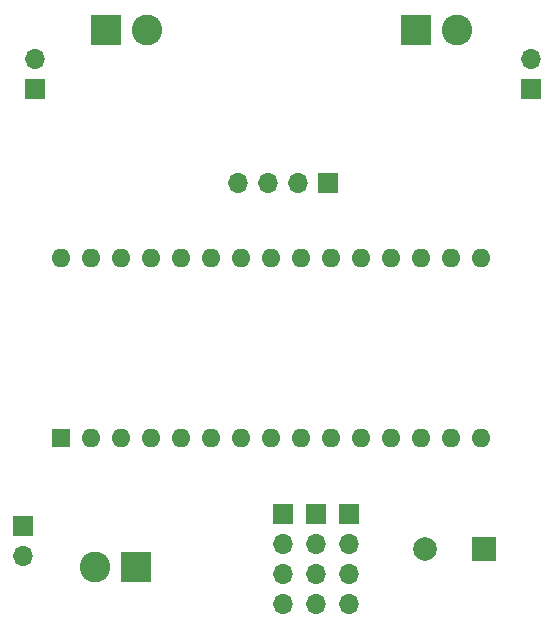
<source format=gbr>
%TF.GenerationSoftware,KiCad,Pcbnew,(6.0.1)*%
%TF.CreationDate,2022-02-20T18:55:47+01:00*%
%TF.ProjectId,NANOFC,4e414e4f-4643-42e6-9b69-6361645f7063,rev?*%
%TF.SameCoordinates,Original*%
%TF.FileFunction,Soldermask,Top*%
%TF.FilePolarity,Negative*%
%FSLAX46Y46*%
G04 Gerber Fmt 4.6, Leading zero omitted, Abs format (unit mm)*
G04 Created by KiCad (PCBNEW (6.0.1)) date 2022-02-20 18:55:47*
%MOMM*%
%LPD*%
G01*
G04 APERTURE LIST*
%ADD10R,2.600000X2.600000*%
%ADD11C,2.600000*%
%ADD12R,1.700000X1.700000*%
%ADD13O,1.700000X1.700000*%
%ADD14R,2.000000X2.000000*%
%ADD15C,2.000000*%
%ADD16R,1.600000X1.600000*%
%ADD17O,1.600000X1.600000*%
G04 APERTURE END LIST*
D10*
%TO.C,Pyro 2*%
X160000000Y-67000000D03*
D11*
X163500000Y-67000000D03*
%TD*%
D12*
%TO.C,Master ARM*%
X153000000Y-109000000D03*
D13*
X153000000Y-111540000D03*
%TD*%
D14*
%TO.C,BZ1*%
X192000000Y-111000000D03*
D15*
X187000000Y-111000000D03*
%TD*%
D12*
%TO.C,J3*%
X178800000Y-80000000D03*
D13*
X176260000Y-80000000D03*
X173720000Y-80000000D03*
X171180000Y-80000000D03*
%TD*%
D12*
%TO.C,GND*%
X180600000Y-108000000D03*
D13*
X180600000Y-110540000D03*
X180600000Y-113080000D03*
X180600000Y-115620000D03*
%TD*%
D16*
%TO.C,A1*%
X156210000Y-101590000D03*
D17*
X158750000Y-101590000D03*
X161290000Y-101590000D03*
X163830000Y-101590000D03*
X166370000Y-101590000D03*
X168910000Y-101590000D03*
X171450000Y-101590000D03*
X173990000Y-101590000D03*
X176530000Y-101590000D03*
X179070000Y-101590000D03*
X181610000Y-101590000D03*
X184150000Y-101590000D03*
X186690000Y-101590000D03*
X189230000Y-101590000D03*
X191770000Y-101590000D03*
X191770000Y-86350000D03*
X189230000Y-86350000D03*
X186690000Y-86350000D03*
X184150000Y-86350000D03*
X181610000Y-86350000D03*
X179070000Y-86350000D03*
X176530000Y-86350000D03*
X173990000Y-86350000D03*
X171450000Y-86350000D03*
X168910000Y-86350000D03*
X166370000Y-86350000D03*
X163830000Y-86350000D03*
X161290000Y-86350000D03*
X158750000Y-86350000D03*
X156210000Y-86350000D03*
%TD*%
D12*
%TO.C,P1 Arm*%
X196000000Y-72000000D03*
D13*
X196000000Y-69460000D03*
%TD*%
D12*
%TO.C,V+*%
X177800000Y-108000000D03*
D13*
X177800000Y-110540000D03*
X177800000Y-113080000D03*
X177800000Y-115620000D03*
%TD*%
D10*
%TO.C,Pyro 1*%
X186250000Y-67000000D03*
D11*
X189750000Y-67000000D03*
%TD*%
D10*
%TO.C,Power in*%
X162560000Y-112455000D03*
D11*
X159060000Y-112455000D03*
%TD*%
D12*
%TO.C,P2 Arm*%
X154000000Y-72000000D03*
D13*
X154000000Y-69460000D03*
%TD*%
D12*
%TO.C,SIG*%
X175000000Y-108000000D03*
D13*
X175000000Y-110540000D03*
X175000000Y-113080000D03*
X175000000Y-115620000D03*
%TD*%
M02*

</source>
